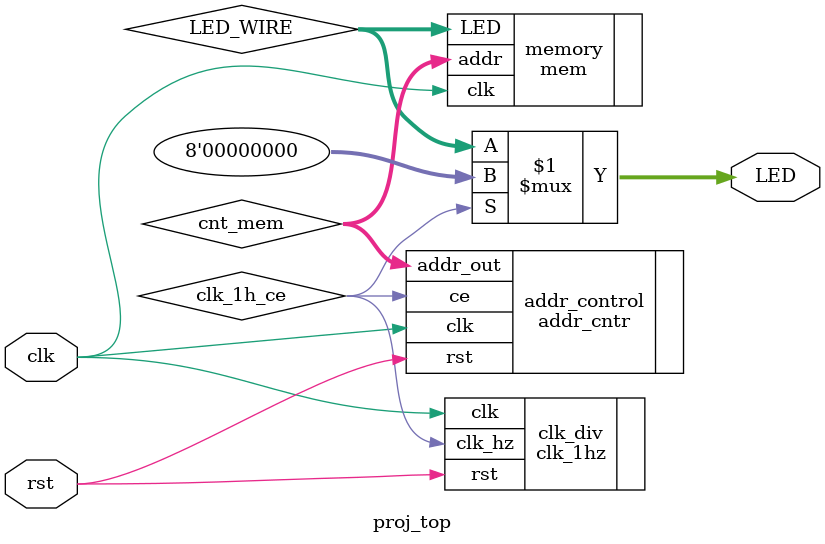
<source format=v>

module proj_top(
input clk,
input rst,
output [7:0] LED
);
wire clk_1h_ce;
wire [3:0]cnt_mem;
wire [7:0] LED_WIRE;

assign LED = (clk_1h_ce)? 8'b0000_0000:LED_WIRE;

clk_1hz clk_div (
.clk(clk),
.rst (rst),
.clk_hz (clk_1h_ce));

addr_cntr addr_control(
.clk    (clk),
.rst    (rst),
.ce     (clk_1h_ce),
.addr_out (cnt_mem)
);

mem memory(
.clk    (clk),
.addr   (cnt_mem),
.LED    (LED_WIRE)
);
endmodule
</source>
